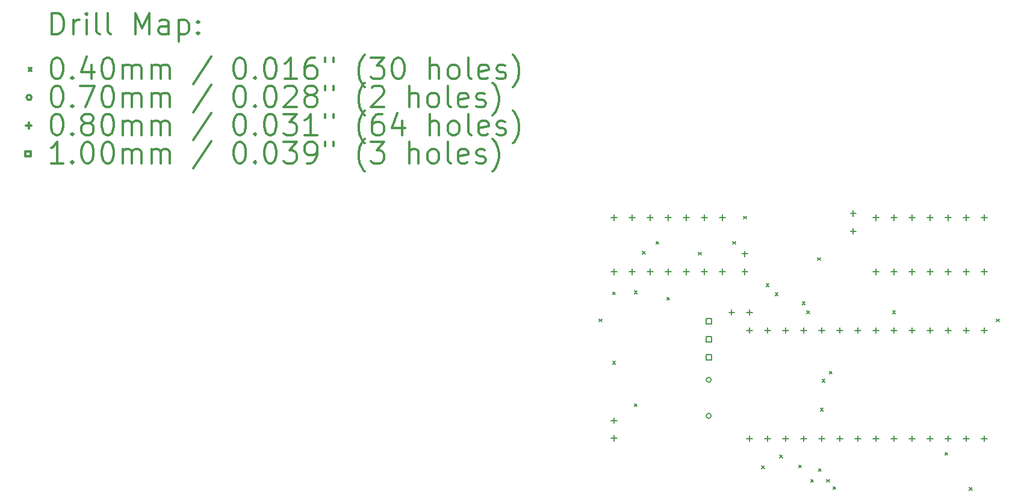
<source format=gbr>
%FSLAX45Y45*%
G04 Gerber Fmt 4.5, Leading zero omitted, Abs format (unit mm)*
G04 Created by KiCad (PCBNEW (5.1.2)-1) date 2019-11-02 02:49:32*
%MOMM*%
%LPD*%
G04 APERTURE LIST*
%ADD10C,0.200000*%
%ADD11C,0.300000*%
G04 APERTURE END LIST*
D10*
X7981000Y-4475800D02*
X8021000Y-4515800D01*
X8021000Y-4475800D02*
X7981000Y-4515800D01*
X8171500Y-4094800D02*
X8211500Y-4134800D01*
X8211500Y-4094800D02*
X8171500Y-4134800D01*
X8171500Y-5072700D02*
X8211500Y-5112700D01*
X8211500Y-5072700D02*
X8171500Y-5112700D01*
X8476300Y-4082100D02*
X8516300Y-4122100D01*
X8516300Y-4082100D02*
X8476300Y-4122100D01*
X8476300Y-5669600D02*
X8516300Y-5709600D01*
X8516300Y-5669600D02*
X8476300Y-5709600D01*
X8590600Y-3523300D02*
X8630600Y-3563300D01*
X8630600Y-3523300D02*
X8590600Y-3563300D01*
X8781100Y-3383600D02*
X8821100Y-3423600D01*
X8821100Y-3383600D02*
X8781100Y-3423600D01*
X8933500Y-4171000D02*
X8973500Y-4211000D01*
X8973500Y-4171000D02*
X8933500Y-4211000D01*
X9378000Y-3536000D02*
X9418000Y-3576000D01*
X9418000Y-3536000D02*
X9378000Y-3576000D01*
X9860600Y-3383600D02*
X9900600Y-3423600D01*
X9900600Y-3383600D02*
X9860600Y-3423600D01*
X10013000Y-3028000D02*
X10053000Y-3068000D01*
X10053000Y-3028000D02*
X10013000Y-3068000D01*
X10267000Y-6545900D02*
X10307000Y-6585900D01*
X10307000Y-6545900D02*
X10267000Y-6585900D01*
X10330500Y-3980500D02*
X10370500Y-4020500D01*
X10370500Y-3980500D02*
X10330500Y-4020500D01*
X10457500Y-4107500D02*
X10497500Y-4147500D01*
X10497500Y-4107500D02*
X10457500Y-4147500D01*
X10521000Y-6393500D02*
X10561000Y-6433500D01*
X10561000Y-6393500D02*
X10521000Y-6433500D01*
X10787700Y-6533200D02*
X10827700Y-6573200D01*
X10827700Y-6533200D02*
X10787700Y-6573200D01*
X10838500Y-4234500D02*
X10878500Y-4274500D01*
X10878500Y-4234500D02*
X10838500Y-4274500D01*
X10902000Y-4361500D02*
X10942000Y-4401500D01*
X10942000Y-4361500D02*
X10902000Y-4401500D01*
X10958200Y-6736400D02*
X10998200Y-6776400D01*
X10998200Y-6736400D02*
X10958200Y-6776400D01*
X11054400Y-3612200D02*
X11094400Y-3652200D01*
X11094400Y-3612200D02*
X11054400Y-3652200D01*
X11067100Y-6584000D02*
X11107100Y-6624000D01*
X11107100Y-6584000D02*
X11067100Y-6624000D01*
X11092500Y-5733100D02*
X11132500Y-5773100D01*
X11132500Y-5733100D02*
X11092500Y-5773100D01*
X11117900Y-5326700D02*
X11157900Y-5366700D01*
X11157900Y-5326700D02*
X11117900Y-5366700D01*
X11181400Y-6736400D02*
X11221400Y-6776400D01*
X11221400Y-6736400D02*
X11181400Y-6776400D01*
X11219500Y-5212400D02*
X11259500Y-5252400D01*
X11259500Y-5212400D02*
X11219500Y-5252400D01*
X11270300Y-6838000D02*
X11310300Y-6878000D01*
X11310300Y-6838000D02*
X11270300Y-6878000D01*
X12108500Y-4361500D02*
X12148500Y-4401500D01*
X12148500Y-4361500D02*
X12108500Y-4401500D01*
X12845100Y-6355400D02*
X12885100Y-6395400D01*
X12885100Y-6355400D02*
X12845100Y-6395400D01*
X13188000Y-6850700D02*
X13228000Y-6890700D01*
X13228000Y-6850700D02*
X13188000Y-6890700D01*
X13569000Y-4475800D02*
X13609000Y-4515800D01*
X13609000Y-4475800D02*
X13569000Y-4515800D01*
X9560000Y-5334000D02*
G75*
G03X9560000Y-5334000I-35000J0D01*
G01*
X9560000Y-5842000D02*
G75*
G03X9560000Y-5842000I-35000J0D01*
G01*
X8191500Y-5865500D02*
X8191500Y-5945500D01*
X8151500Y-5905500D02*
X8231500Y-5905500D01*
X8191500Y-6115500D02*
X8191500Y-6195500D01*
X8151500Y-6155500D02*
X8231500Y-6155500D01*
X9846500Y-4341500D02*
X9846500Y-4421500D01*
X9806500Y-4381500D02*
X9886500Y-4381500D01*
X10096500Y-4341500D02*
X10096500Y-4421500D01*
X10056500Y-4381500D02*
X10136500Y-4381500D01*
X10096500Y-4595500D02*
X10096500Y-4675500D01*
X10056500Y-4635500D02*
X10136500Y-4635500D01*
X10096500Y-6119500D02*
X10096500Y-6199500D01*
X10056500Y-6159500D02*
X10136500Y-6159500D01*
X10350500Y-4595500D02*
X10350500Y-4675500D01*
X10310500Y-4635500D02*
X10390500Y-4635500D01*
X10350500Y-6119500D02*
X10350500Y-6199500D01*
X10310500Y-6159500D02*
X10390500Y-6159500D01*
X10604500Y-4595500D02*
X10604500Y-4675500D01*
X10564500Y-4635500D02*
X10644500Y-4635500D01*
X10604500Y-6119500D02*
X10604500Y-6199500D01*
X10564500Y-6159500D02*
X10644500Y-6159500D01*
X10858500Y-4595500D02*
X10858500Y-4675500D01*
X10818500Y-4635500D02*
X10898500Y-4635500D01*
X10858500Y-6119500D02*
X10858500Y-6199500D01*
X10818500Y-6159500D02*
X10898500Y-6159500D01*
X11112500Y-4595500D02*
X11112500Y-4675500D01*
X11072500Y-4635500D02*
X11152500Y-4635500D01*
X11112500Y-6119500D02*
X11112500Y-6199500D01*
X11072500Y-6159500D02*
X11152500Y-6159500D01*
X11366500Y-4595500D02*
X11366500Y-4675500D01*
X11326500Y-4635500D02*
X11406500Y-4635500D01*
X11366500Y-6119500D02*
X11366500Y-6199500D01*
X11326500Y-6159500D02*
X11406500Y-6159500D01*
X11620500Y-4595500D02*
X11620500Y-4675500D01*
X11580500Y-4635500D02*
X11660500Y-4635500D01*
X11620500Y-6119500D02*
X11620500Y-6199500D01*
X11580500Y-6159500D02*
X11660500Y-6159500D01*
X11874500Y-4595500D02*
X11874500Y-4675500D01*
X11834500Y-4635500D02*
X11914500Y-4635500D01*
X11874500Y-6119500D02*
X11874500Y-6199500D01*
X11834500Y-6159500D02*
X11914500Y-6159500D01*
X12128500Y-4595500D02*
X12128500Y-4675500D01*
X12088500Y-4635500D02*
X12168500Y-4635500D01*
X12128500Y-6119500D02*
X12128500Y-6199500D01*
X12088500Y-6159500D02*
X12168500Y-6159500D01*
X12382500Y-4595500D02*
X12382500Y-4675500D01*
X12342500Y-4635500D02*
X12422500Y-4635500D01*
X12382500Y-6119500D02*
X12382500Y-6199500D01*
X12342500Y-6159500D02*
X12422500Y-6159500D01*
X12636500Y-4595500D02*
X12636500Y-4675500D01*
X12596500Y-4635500D02*
X12676500Y-4635500D01*
X12636500Y-6119500D02*
X12636500Y-6199500D01*
X12596500Y-6159500D02*
X12676500Y-6159500D01*
X12890500Y-4595500D02*
X12890500Y-4675500D01*
X12850500Y-4635500D02*
X12930500Y-4635500D01*
X12890500Y-6119500D02*
X12890500Y-6199500D01*
X12850500Y-6159500D02*
X12930500Y-6159500D01*
X13144500Y-4595500D02*
X13144500Y-4675500D01*
X13104500Y-4635500D02*
X13184500Y-4635500D01*
X13144500Y-6119500D02*
X13144500Y-6199500D01*
X13104500Y-6159500D02*
X13184500Y-6159500D01*
X13398500Y-4595500D02*
X13398500Y-4675500D01*
X13358500Y-4635500D02*
X13438500Y-4635500D01*
X13398500Y-6119500D02*
X13398500Y-6199500D01*
X13358500Y-6159500D02*
X13438500Y-6159500D01*
X10033000Y-3520000D02*
X10033000Y-3600000D01*
X9993000Y-3560000D02*
X10073000Y-3560000D01*
X10033000Y-3770000D02*
X10033000Y-3850000D01*
X9993000Y-3810000D02*
X10073000Y-3810000D01*
X11874500Y-3008000D02*
X11874500Y-3088000D01*
X11834500Y-3048000D02*
X11914500Y-3048000D01*
X11874500Y-3770000D02*
X11874500Y-3850000D01*
X11834500Y-3810000D02*
X11914500Y-3810000D01*
X12128500Y-3008000D02*
X12128500Y-3088000D01*
X12088500Y-3048000D02*
X12168500Y-3048000D01*
X12128500Y-3770000D02*
X12128500Y-3850000D01*
X12088500Y-3810000D02*
X12168500Y-3810000D01*
X12382500Y-3008000D02*
X12382500Y-3088000D01*
X12342500Y-3048000D02*
X12422500Y-3048000D01*
X12382500Y-3770000D02*
X12382500Y-3850000D01*
X12342500Y-3810000D02*
X12422500Y-3810000D01*
X12636500Y-3008000D02*
X12636500Y-3088000D01*
X12596500Y-3048000D02*
X12676500Y-3048000D01*
X12636500Y-3770000D02*
X12636500Y-3850000D01*
X12596500Y-3810000D02*
X12676500Y-3810000D01*
X12890500Y-3008000D02*
X12890500Y-3088000D01*
X12850500Y-3048000D02*
X12930500Y-3048000D01*
X12890500Y-3770000D02*
X12890500Y-3850000D01*
X12850500Y-3810000D02*
X12930500Y-3810000D01*
X13144500Y-3008000D02*
X13144500Y-3088000D01*
X13104500Y-3048000D02*
X13184500Y-3048000D01*
X13144500Y-3770000D02*
X13144500Y-3850000D01*
X13104500Y-3810000D02*
X13184500Y-3810000D01*
X13398500Y-3008000D02*
X13398500Y-3088000D01*
X13358500Y-3048000D02*
X13438500Y-3048000D01*
X13398500Y-3770000D02*
X13398500Y-3850000D01*
X13358500Y-3810000D02*
X13438500Y-3810000D01*
X11557000Y-2948500D02*
X11557000Y-3028500D01*
X11517000Y-2988500D02*
X11597000Y-2988500D01*
X11557000Y-3198500D02*
X11557000Y-3278500D01*
X11517000Y-3238500D02*
X11597000Y-3238500D01*
X8191500Y-3008000D02*
X8191500Y-3088000D01*
X8151500Y-3048000D02*
X8231500Y-3048000D01*
X8191500Y-3770000D02*
X8191500Y-3850000D01*
X8151500Y-3810000D02*
X8231500Y-3810000D01*
X8445500Y-3008000D02*
X8445500Y-3088000D01*
X8405500Y-3048000D02*
X8485500Y-3048000D01*
X8445500Y-3770000D02*
X8445500Y-3850000D01*
X8405500Y-3810000D02*
X8485500Y-3810000D01*
X8699500Y-3008000D02*
X8699500Y-3088000D01*
X8659500Y-3048000D02*
X8739500Y-3048000D01*
X8699500Y-3770000D02*
X8699500Y-3850000D01*
X8659500Y-3810000D02*
X8739500Y-3810000D01*
X8953500Y-3008000D02*
X8953500Y-3088000D01*
X8913500Y-3048000D02*
X8993500Y-3048000D01*
X8953500Y-3770000D02*
X8953500Y-3850000D01*
X8913500Y-3810000D02*
X8993500Y-3810000D01*
X9207500Y-3008000D02*
X9207500Y-3088000D01*
X9167500Y-3048000D02*
X9247500Y-3048000D01*
X9207500Y-3770000D02*
X9207500Y-3850000D01*
X9167500Y-3810000D02*
X9247500Y-3810000D01*
X9461500Y-3008000D02*
X9461500Y-3088000D01*
X9421500Y-3048000D02*
X9501500Y-3048000D01*
X9461500Y-3770000D02*
X9461500Y-3850000D01*
X9421500Y-3810000D02*
X9501500Y-3810000D01*
X9715500Y-3008000D02*
X9715500Y-3088000D01*
X9675500Y-3048000D02*
X9755500Y-3048000D01*
X9715500Y-3770000D02*
X9715500Y-3850000D01*
X9675500Y-3810000D02*
X9755500Y-3810000D01*
X9560356Y-4543856D02*
X9560356Y-4473144D01*
X9489644Y-4473144D01*
X9489644Y-4543856D01*
X9560356Y-4543856D01*
X9560356Y-4797856D02*
X9560356Y-4727144D01*
X9489644Y-4727144D01*
X9489644Y-4797856D01*
X9560356Y-4797856D01*
X9560356Y-5051856D02*
X9560356Y-4981144D01*
X9489644Y-4981144D01*
X9489644Y-5051856D01*
X9560356Y-5051856D01*
D11*
X286429Y-465714D02*
X286429Y-165714D01*
X357857Y-165714D01*
X400714Y-180000D01*
X429286Y-208571D01*
X443571Y-237143D01*
X457857Y-294286D01*
X457857Y-337143D01*
X443571Y-394286D01*
X429286Y-422857D01*
X400714Y-451428D01*
X357857Y-465714D01*
X286429Y-465714D01*
X586429Y-465714D02*
X586429Y-265714D01*
X586429Y-322857D02*
X600714Y-294286D01*
X615000Y-280000D01*
X643571Y-265714D01*
X672143Y-265714D01*
X772143Y-465714D02*
X772143Y-265714D01*
X772143Y-165714D02*
X757857Y-180000D01*
X772143Y-194286D01*
X786428Y-180000D01*
X772143Y-165714D01*
X772143Y-194286D01*
X957857Y-465714D02*
X929286Y-451428D01*
X915000Y-422857D01*
X915000Y-165714D01*
X1115000Y-465714D02*
X1086429Y-451428D01*
X1072143Y-422857D01*
X1072143Y-165714D01*
X1457857Y-465714D02*
X1457857Y-165714D01*
X1557857Y-380000D01*
X1657857Y-165714D01*
X1657857Y-465714D01*
X1929286Y-465714D02*
X1929286Y-308571D01*
X1915000Y-280000D01*
X1886428Y-265714D01*
X1829286Y-265714D01*
X1800714Y-280000D01*
X1929286Y-451428D02*
X1900714Y-465714D01*
X1829286Y-465714D01*
X1800714Y-451428D01*
X1786428Y-422857D01*
X1786428Y-394286D01*
X1800714Y-365714D01*
X1829286Y-351428D01*
X1900714Y-351428D01*
X1929286Y-337143D01*
X2072143Y-265714D02*
X2072143Y-565714D01*
X2072143Y-280000D02*
X2100714Y-265714D01*
X2157857Y-265714D01*
X2186429Y-280000D01*
X2200714Y-294286D01*
X2215000Y-322857D01*
X2215000Y-408571D01*
X2200714Y-437143D01*
X2186429Y-451428D01*
X2157857Y-465714D01*
X2100714Y-465714D01*
X2072143Y-451428D01*
X2343571Y-437143D02*
X2357857Y-451428D01*
X2343571Y-465714D01*
X2329286Y-451428D01*
X2343571Y-437143D01*
X2343571Y-465714D01*
X2343571Y-280000D02*
X2357857Y-294286D01*
X2343571Y-308571D01*
X2329286Y-294286D01*
X2343571Y-280000D01*
X2343571Y-308571D01*
X-40000Y-940000D02*
X0Y-980000D01*
X0Y-940000D02*
X-40000Y-980000D01*
X343571Y-795714D02*
X372143Y-795714D01*
X400714Y-810000D01*
X415000Y-824286D01*
X429286Y-852857D01*
X443571Y-910000D01*
X443571Y-981428D01*
X429286Y-1038571D01*
X415000Y-1067143D01*
X400714Y-1081429D01*
X372143Y-1095714D01*
X343571Y-1095714D01*
X315000Y-1081429D01*
X300714Y-1067143D01*
X286429Y-1038571D01*
X272143Y-981428D01*
X272143Y-910000D01*
X286429Y-852857D01*
X300714Y-824286D01*
X315000Y-810000D01*
X343571Y-795714D01*
X572143Y-1067143D02*
X586429Y-1081429D01*
X572143Y-1095714D01*
X557857Y-1081429D01*
X572143Y-1067143D01*
X572143Y-1095714D01*
X843571Y-895714D02*
X843571Y-1095714D01*
X772143Y-781428D02*
X700714Y-995714D01*
X886428Y-995714D01*
X1057857Y-795714D02*
X1086429Y-795714D01*
X1115000Y-810000D01*
X1129286Y-824286D01*
X1143571Y-852857D01*
X1157857Y-910000D01*
X1157857Y-981428D01*
X1143571Y-1038571D01*
X1129286Y-1067143D01*
X1115000Y-1081429D01*
X1086429Y-1095714D01*
X1057857Y-1095714D01*
X1029286Y-1081429D01*
X1015000Y-1067143D01*
X1000714Y-1038571D01*
X986428Y-981428D01*
X986428Y-910000D01*
X1000714Y-852857D01*
X1015000Y-824286D01*
X1029286Y-810000D01*
X1057857Y-795714D01*
X1286429Y-1095714D02*
X1286429Y-895714D01*
X1286429Y-924286D02*
X1300714Y-910000D01*
X1329286Y-895714D01*
X1372143Y-895714D01*
X1400714Y-910000D01*
X1415000Y-938571D01*
X1415000Y-1095714D01*
X1415000Y-938571D02*
X1429286Y-910000D01*
X1457857Y-895714D01*
X1500714Y-895714D01*
X1529286Y-910000D01*
X1543571Y-938571D01*
X1543571Y-1095714D01*
X1686428Y-1095714D02*
X1686428Y-895714D01*
X1686428Y-924286D02*
X1700714Y-910000D01*
X1729286Y-895714D01*
X1772143Y-895714D01*
X1800714Y-910000D01*
X1815000Y-938571D01*
X1815000Y-1095714D01*
X1815000Y-938571D02*
X1829286Y-910000D01*
X1857857Y-895714D01*
X1900714Y-895714D01*
X1929286Y-910000D01*
X1943571Y-938571D01*
X1943571Y-1095714D01*
X2529286Y-781428D02*
X2272143Y-1167143D01*
X2915000Y-795714D02*
X2943571Y-795714D01*
X2972143Y-810000D01*
X2986428Y-824286D01*
X3000714Y-852857D01*
X3015000Y-910000D01*
X3015000Y-981428D01*
X3000714Y-1038571D01*
X2986428Y-1067143D01*
X2972143Y-1081429D01*
X2943571Y-1095714D01*
X2915000Y-1095714D01*
X2886428Y-1081429D01*
X2872143Y-1067143D01*
X2857857Y-1038571D01*
X2843571Y-981428D01*
X2843571Y-910000D01*
X2857857Y-852857D01*
X2872143Y-824286D01*
X2886428Y-810000D01*
X2915000Y-795714D01*
X3143571Y-1067143D02*
X3157857Y-1081429D01*
X3143571Y-1095714D01*
X3129286Y-1081429D01*
X3143571Y-1067143D01*
X3143571Y-1095714D01*
X3343571Y-795714D02*
X3372143Y-795714D01*
X3400714Y-810000D01*
X3415000Y-824286D01*
X3429286Y-852857D01*
X3443571Y-910000D01*
X3443571Y-981428D01*
X3429286Y-1038571D01*
X3415000Y-1067143D01*
X3400714Y-1081429D01*
X3372143Y-1095714D01*
X3343571Y-1095714D01*
X3315000Y-1081429D01*
X3300714Y-1067143D01*
X3286428Y-1038571D01*
X3272143Y-981428D01*
X3272143Y-910000D01*
X3286428Y-852857D01*
X3300714Y-824286D01*
X3315000Y-810000D01*
X3343571Y-795714D01*
X3729286Y-1095714D02*
X3557857Y-1095714D01*
X3643571Y-1095714D02*
X3643571Y-795714D01*
X3615000Y-838571D01*
X3586428Y-867143D01*
X3557857Y-881428D01*
X3986428Y-795714D02*
X3929286Y-795714D01*
X3900714Y-810000D01*
X3886428Y-824286D01*
X3857857Y-867143D01*
X3843571Y-924286D01*
X3843571Y-1038571D01*
X3857857Y-1067143D01*
X3872143Y-1081429D01*
X3900714Y-1095714D01*
X3957857Y-1095714D01*
X3986428Y-1081429D01*
X4000714Y-1067143D01*
X4015000Y-1038571D01*
X4015000Y-967143D01*
X4000714Y-938571D01*
X3986428Y-924286D01*
X3957857Y-910000D01*
X3900714Y-910000D01*
X3872143Y-924286D01*
X3857857Y-938571D01*
X3843571Y-967143D01*
X4129286Y-795714D02*
X4129286Y-852857D01*
X4243571Y-795714D02*
X4243571Y-852857D01*
X4686429Y-1210000D02*
X4672143Y-1195714D01*
X4643571Y-1152857D01*
X4629286Y-1124286D01*
X4615000Y-1081429D01*
X4600714Y-1010000D01*
X4600714Y-952857D01*
X4615000Y-881428D01*
X4629286Y-838571D01*
X4643571Y-810000D01*
X4672143Y-767143D01*
X4686429Y-752857D01*
X4772143Y-795714D02*
X4957857Y-795714D01*
X4857857Y-910000D01*
X4900714Y-910000D01*
X4929286Y-924286D01*
X4943571Y-938571D01*
X4957857Y-967143D01*
X4957857Y-1038571D01*
X4943571Y-1067143D01*
X4929286Y-1081429D01*
X4900714Y-1095714D01*
X4815000Y-1095714D01*
X4786429Y-1081429D01*
X4772143Y-1067143D01*
X5143571Y-795714D02*
X5172143Y-795714D01*
X5200714Y-810000D01*
X5215000Y-824286D01*
X5229286Y-852857D01*
X5243571Y-910000D01*
X5243571Y-981428D01*
X5229286Y-1038571D01*
X5215000Y-1067143D01*
X5200714Y-1081429D01*
X5172143Y-1095714D01*
X5143571Y-1095714D01*
X5115000Y-1081429D01*
X5100714Y-1067143D01*
X5086429Y-1038571D01*
X5072143Y-981428D01*
X5072143Y-910000D01*
X5086429Y-852857D01*
X5100714Y-824286D01*
X5115000Y-810000D01*
X5143571Y-795714D01*
X5600714Y-1095714D02*
X5600714Y-795714D01*
X5729286Y-1095714D02*
X5729286Y-938571D01*
X5715000Y-910000D01*
X5686428Y-895714D01*
X5643571Y-895714D01*
X5615000Y-910000D01*
X5600714Y-924286D01*
X5915000Y-1095714D02*
X5886428Y-1081429D01*
X5872143Y-1067143D01*
X5857857Y-1038571D01*
X5857857Y-952857D01*
X5872143Y-924286D01*
X5886428Y-910000D01*
X5915000Y-895714D01*
X5957857Y-895714D01*
X5986428Y-910000D01*
X6000714Y-924286D01*
X6015000Y-952857D01*
X6015000Y-1038571D01*
X6000714Y-1067143D01*
X5986428Y-1081429D01*
X5957857Y-1095714D01*
X5915000Y-1095714D01*
X6186428Y-1095714D02*
X6157857Y-1081429D01*
X6143571Y-1052857D01*
X6143571Y-795714D01*
X6415000Y-1081429D02*
X6386428Y-1095714D01*
X6329286Y-1095714D01*
X6300714Y-1081429D01*
X6286428Y-1052857D01*
X6286428Y-938571D01*
X6300714Y-910000D01*
X6329286Y-895714D01*
X6386428Y-895714D01*
X6415000Y-910000D01*
X6429286Y-938571D01*
X6429286Y-967143D01*
X6286428Y-995714D01*
X6543571Y-1081429D02*
X6572143Y-1095714D01*
X6629286Y-1095714D01*
X6657857Y-1081429D01*
X6672143Y-1052857D01*
X6672143Y-1038571D01*
X6657857Y-1010000D01*
X6629286Y-995714D01*
X6586428Y-995714D01*
X6557857Y-981428D01*
X6543571Y-952857D01*
X6543571Y-938571D01*
X6557857Y-910000D01*
X6586428Y-895714D01*
X6629286Y-895714D01*
X6657857Y-910000D01*
X6772143Y-1210000D02*
X6786428Y-1195714D01*
X6815000Y-1152857D01*
X6829286Y-1124286D01*
X6843571Y-1081429D01*
X6857857Y-1010000D01*
X6857857Y-952857D01*
X6843571Y-881428D01*
X6829286Y-838571D01*
X6815000Y-810000D01*
X6786428Y-767143D01*
X6772143Y-752857D01*
X0Y-1356000D02*
G75*
G03X0Y-1356000I-35000J0D01*
G01*
X343571Y-1191714D02*
X372143Y-1191714D01*
X400714Y-1206000D01*
X415000Y-1220286D01*
X429286Y-1248857D01*
X443571Y-1306000D01*
X443571Y-1377429D01*
X429286Y-1434571D01*
X415000Y-1463143D01*
X400714Y-1477428D01*
X372143Y-1491714D01*
X343571Y-1491714D01*
X315000Y-1477428D01*
X300714Y-1463143D01*
X286429Y-1434571D01*
X272143Y-1377429D01*
X272143Y-1306000D01*
X286429Y-1248857D01*
X300714Y-1220286D01*
X315000Y-1206000D01*
X343571Y-1191714D01*
X572143Y-1463143D02*
X586429Y-1477428D01*
X572143Y-1491714D01*
X557857Y-1477428D01*
X572143Y-1463143D01*
X572143Y-1491714D01*
X686429Y-1191714D02*
X886428Y-1191714D01*
X757857Y-1491714D01*
X1057857Y-1191714D02*
X1086429Y-1191714D01*
X1115000Y-1206000D01*
X1129286Y-1220286D01*
X1143571Y-1248857D01*
X1157857Y-1306000D01*
X1157857Y-1377429D01*
X1143571Y-1434571D01*
X1129286Y-1463143D01*
X1115000Y-1477428D01*
X1086429Y-1491714D01*
X1057857Y-1491714D01*
X1029286Y-1477428D01*
X1015000Y-1463143D01*
X1000714Y-1434571D01*
X986428Y-1377429D01*
X986428Y-1306000D01*
X1000714Y-1248857D01*
X1015000Y-1220286D01*
X1029286Y-1206000D01*
X1057857Y-1191714D01*
X1286429Y-1491714D02*
X1286429Y-1291714D01*
X1286429Y-1320286D02*
X1300714Y-1306000D01*
X1329286Y-1291714D01*
X1372143Y-1291714D01*
X1400714Y-1306000D01*
X1415000Y-1334571D01*
X1415000Y-1491714D01*
X1415000Y-1334571D02*
X1429286Y-1306000D01*
X1457857Y-1291714D01*
X1500714Y-1291714D01*
X1529286Y-1306000D01*
X1543571Y-1334571D01*
X1543571Y-1491714D01*
X1686428Y-1491714D02*
X1686428Y-1291714D01*
X1686428Y-1320286D02*
X1700714Y-1306000D01*
X1729286Y-1291714D01*
X1772143Y-1291714D01*
X1800714Y-1306000D01*
X1815000Y-1334571D01*
X1815000Y-1491714D01*
X1815000Y-1334571D02*
X1829286Y-1306000D01*
X1857857Y-1291714D01*
X1900714Y-1291714D01*
X1929286Y-1306000D01*
X1943571Y-1334571D01*
X1943571Y-1491714D01*
X2529286Y-1177429D02*
X2272143Y-1563143D01*
X2915000Y-1191714D02*
X2943571Y-1191714D01*
X2972143Y-1206000D01*
X2986428Y-1220286D01*
X3000714Y-1248857D01*
X3015000Y-1306000D01*
X3015000Y-1377429D01*
X3000714Y-1434571D01*
X2986428Y-1463143D01*
X2972143Y-1477428D01*
X2943571Y-1491714D01*
X2915000Y-1491714D01*
X2886428Y-1477428D01*
X2872143Y-1463143D01*
X2857857Y-1434571D01*
X2843571Y-1377429D01*
X2843571Y-1306000D01*
X2857857Y-1248857D01*
X2872143Y-1220286D01*
X2886428Y-1206000D01*
X2915000Y-1191714D01*
X3143571Y-1463143D02*
X3157857Y-1477428D01*
X3143571Y-1491714D01*
X3129286Y-1477428D01*
X3143571Y-1463143D01*
X3143571Y-1491714D01*
X3343571Y-1191714D02*
X3372143Y-1191714D01*
X3400714Y-1206000D01*
X3415000Y-1220286D01*
X3429286Y-1248857D01*
X3443571Y-1306000D01*
X3443571Y-1377429D01*
X3429286Y-1434571D01*
X3415000Y-1463143D01*
X3400714Y-1477428D01*
X3372143Y-1491714D01*
X3343571Y-1491714D01*
X3315000Y-1477428D01*
X3300714Y-1463143D01*
X3286428Y-1434571D01*
X3272143Y-1377429D01*
X3272143Y-1306000D01*
X3286428Y-1248857D01*
X3300714Y-1220286D01*
X3315000Y-1206000D01*
X3343571Y-1191714D01*
X3557857Y-1220286D02*
X3572143Y-1206000D01*
X3600714Y-1191714D01*
X3672143Y-1191714D01*
X3700714Y-1206000D01*
X3715000Y-1220286D01*
X3729286Y-1248857D01*
X3729286Y-1277429D01*
X3715000Y-1320286D01*
X3543571Y-1491714D01*
X3729286Y-1491714D01*
X3900714Y-1320286D02*
X3872143Y-1306000D01*
X3857857Y-1291714D01*
X3843571Y-1263143D01*
X3843571Y-1248857D01*
X3857857Y-1220286D01*
X3872143Y-1206000D01*
X3900714Y-1191714D01*
X3957857Y-1191714D01*
X3986428Y-1206000D01*
X4000714Y-1220286D01*
X4015000Y-1248857D01*
X4015000Y-1263143D01*
X4000714Y-1291714D01*
X3986428Y-1306000D01*
X3957857Y-1320286D01*
X3900714Y-1320286D01*
X3872143Y-1334571D01*
X3857857Y-1348857D01*
X3843571Y-1377429D01*
X3843571Y-1434571D01*
X3857857Y-1463143D01*
X3872143Y-1477428D01*
X3900714Y-1491714D01*
X3957857Y-1491714D01*
X3986428Y-1477428D01*
X4000714Y-1463143D01*
X4015000Y-1434571D01*
X4015000Y-1377429D01*
X4000714Y-1348857D01*
X3986428Y-1334571D01*
X3957857Y-1320286D01*
X4129286Y-1191714D02*
X4129286Y-1248857D01*
X4243571Y-1191714D02*
X4243571Y-1248857D01*
X4686429Y-1606000D02*
X4672143Y-1591714D01*
X4643571Y-1548857D01*
X4629286Y-1520286D01*
X4615000Y-1477428D01*
X4600714Y-1406000D01*
X4600714Y-1348857D01*
X4615000Y-1277429D01*
X4629286Y-1234571D01*
X4643571Y-1206000D01*
X4672143Y-1163143D01*
X4686429Y-1148857D01*
X4786429Y-1220286D02*
X4800714Y-1206000D01*
X4829286Y-1191714D01*
X4900714Y-1191714D01*
X4929286Y-1206000D01*
X4943571Y-1220286D01*
X4957857Y-1248857D01*
X4957857Y-1277429D01*
X4943571Y-1320286D01*
X4772143Y-1491714D01*
X4957857Y-1491714D01*
X5315000Y-1491714D02*
X5315000Y-1191714D01*
X5443571Y-1491714D02*
X5443571Y-1334571D01*
X5429286Y-1306000D01*
X5400714Y-1291714D01*
X5357857Y-1291714D01*
X5329286Y-1306000D01*
X5315000Y-1320286D01*
X5629286Y-1491714D02*
X5600714Y-1477428D01*
X5586429Y-1463143D01*
X5572143Y-1434571D01*
X5572143Y-1348857D01*
X5586429Y-1320286D01*
X5600714Y-1306000D01*
X5629286Y-1291714D01*
X5672143Y-1291714D01*
X5700714Y-1306000D01*
X5715000Y-1320286D01*
X5729286Y-1348857D01*
X5729286Y-1434571D01*
X5715000Y-1463143D01*
X5700714Y-1477428D01*
X5672143Y-1491714D01*
X5629286Y-1491714D01*
X5900714Y-1491714D02*
X5872143Y-1477428D01*
X5857857Y-1448857D01*
X5857857Y-1191714D01*
X6129286Y-1477428D02*
X6100714Y-1491714D01*
X6043571Y-1491714D01*
X6015000Y-1477428D01*
X6000714Y-1448857D01*
X6000714Y-1334571D01*
X6015000Y-1306000D01*
X6043571Y-1291714D01*
X6100714Y-1291714D01*
X6129286Y-1306000D01*
X6143571Y-1334571D01*
X6143571Y-1363143D01*
X6000714Y-1391714D01*
X6257857Y-1477428D02*
X6286428Y-1491714D01*
X6343571Y-1491714D01*
X6372143Y-1477428D01*
X6386428Y-1448857D01*
X6386428Y-1434571D01*
X6372143Y-1406000D01*
X6343571Y-1391714D01*
X6300714Y-1391714D01*
X6272143Y-1377429D01*
X6257857Y-1348857D01*
X6257857Y-1334571D01*
X6272143Y-1306000D01*
X6300714Y-1291714D01*
X6343571Y-1291714D01*
X6372143Y-1306000D01*
X6486428Y-1606000D02*
X6500714Y-1591714D01*
X6529286Y-1548857D01*
X6543571Y-1520286D01*
X6557857Y-1477428D01*
X6572143Y-1406000D01*
X6572143Y-1348857D01*
X6557857Y-1277429D01*
X6543571Y-1234571D01*
X6529286Y-1206000D01*
X6500714Y-1163143D01*
X6486428Y-1148857D01*
X-40000Y-1712000D02*
X-40000Y-1792000D01*
X-80000Y-1752000D02*
X0Y-1752000D01*
X343571Y-1587714D02*
X372143Y-1587714D01*
X400714Y-1602000D01*
X415000Y-1616286D01*
X429286Y-1644857D01*
X443571Y-1702000D01*
X443571Y-1773428D01*
X429286Y-1830571D01*
X415000Y-1859143D01*
X400714Y-1873428D01*
X372143Y-1887714D01*
X343571Y-1887714D01*
X315000Y-1873428D01*
X300714Y-1859143D01*
X286429Y-1830571D01*
X272143Y-1773428D01*
X272143Y-1702000D01*
X286429Y-1644857D01*
X300714Y-1616286D01*
X315000Y-1602000D01*
X343571Y-1587714D01*
X572143Y-1859143D02*
X586429Y-1873428D01*
X572143Y-1887714D01*
X557857Y-1873428D01*
X572143Y-1859143D01*
X572143Y-1887714D01*
X757857Y-1716286D02*
X729286Y-1702000D01*
X715000Y-1687714D01*
X700714Y-1659143D01*
X700714Y-1644857D01*
X715000Y-1616286D01*
X729286Y-1602000D01*
X757857Y-1587714D01*
X815000Y-1587714D01*
X843571Y-1602000D01*
X857857Y-1616286D01*
X872143Y-1644857D01*
X872143Y-1659143D01*
X857857Y-1687714D01*
X843571Y-1702000D01*
X815000Y-1716286D01*
X757857Y-1716286D01*
X729286Y-1730571D01*
X715000Y-1744857D01*
X700714Y-1773428D01*
X700714Y-1830571D01*
X715000Y-1859143D01*
X729286Y-1873428D01*
X757857Y-1887714D01*
X815000Y-1887714D01*
X843571Y-1873428D01*
X857857Y-1859143D01*
X872143Y-1830571D01*
X872143Y-1773428D01*
X857857Y-1744857D01*
X843571Y-1730571D01*
X815000Y-1716286D01*
X1057857Y-1587714D02*
X1086429Y-1587714D01*
X1115000Y-1602000D01*
X1129286Y-1616286D01*
X1143571Y-1644857D01*
X1157857Y-1702000D01*
X1157857Y-1773428D01*
X1143571Y-1830571D01*
X1129286Y-1859143D01*
X1115000Y-1873428D01*
X1086429Y-1887714D01*
X1057857Y-1887714D01*
X1029286Y-1873428D01*
X1015000Y-1859143D01*
X1000714Y-1830571D01*
X986428Y-1773428D01*
X986428Y-1702000D01*
X1000714Y-1644857D01*
X1015000Y-1616286D01*
X1029286Y-1602000D01*
X1057857Y-1587714D01*
X1286429Y-1887714D02*
X1286429Y-1687714D01*
X1286429Y-1716286D02*
X1300714Y-1702000D01*
X1329286Y-1687714D01*
X1372143Y-1687714D01*
X1400714Y-1702000D01*
X1415000Y-1730571D01*
X1415000Y-1887714D01*
X1415000Y-1730571D02*
X1429286Y-1702000D01*
X1457857Y-1687714D01*
X1500714Y-1687714D01*
X1529286Y-1702000D01*
X1543571Y-1730571D01*
X1543571Y-1887714D01*
X1686428Y-1887714D02*
X1686428Y-1687714D01*
X1686428Y-1716286D02*
X1700714Y-1702000D01*
X1729286Y-1687714D01*
X1772143Y-1687714D01*
X1800714Y-1702000D01*
X1815000Y-1730571D01*
X1815000Y-1887714D01*
X1815000Y-1730571D02*
X1829286Y-1702000D01*
X1857857Y-1687714D01*
X1900714Y-1687714D01*
X1929286Y-1702000D01*
X1943571Y-1730571D01*
X1943571Y-1887714D01*
X2529286Y-1573428D02*
X2272143Y-1959143D01*
X2915000Y-1587714D02*
X2943571Y-1587714D01*
X2972143Y-1602000D01*
X2986428Y-1616286D01*
X3000714Y-1644857D01*
X3015000Y-1702000D01*
X3015000Y-1773428D01*
X3000714Y-1830571D01*
X2986428Y-1859143D01*
X2972143Y-1873428D01*
X2943571Y-1887714D01*
X2915000Y-1887714D01*
X2886428Y-1873428D01*
X2872143Y-1859143D01*
X2857857Y-1830571D01*
X2843571Y-1773428D01*
X2843571Y-1702000D01*
X2857857Y-1644857D01*
X2872143Y-1616286D01*
X2886428Y-1602000D01*
X2915000Y-1587714D01*
X3143571Y-1859143D02*
X3157857Y-1873428D01*
X3143571Y-1887714D01*
X3129286Y-1873428D01*
X3143571Y-1859143D01*
X3143571Y-1887714D01*
X3343571Y-1587714D02*
X3372143Y-1587714D01*
X3400714Y-1602000D01*
X3415000Y-1616286D01*
X3429286Y-1644857D01*
X3443571Y-1702000D01*
X3443571Y-1773428D01*
X3429286Y-1830571D01*
X3415000Y-1859143D01*
X3400714Y-1873428D01*
X3372143Y-1887714D01*
X3343571Y-1887714D01*
X3315000Y-1873428D01*
X3300714Y-1859143D01*
X3286428Y-1830571D01*
X3272143Y-1773428D01*
X3272143Y-1702000D01*
X3286428Y-1644857D01*
X3300714Y-1616286D01*
X3315000Y-1602000D01*
X3343571Y-1587714D01*
X3543571Y-1587714D02*
X3729286Y-1587714D01*
X3629286Y-1702000D01*
X3672143Y-1702000D01*
X3700714Y-1716286D01*
X3715000Y-1730571D01*
X3729286Y-1759143D01*
X3729286Y-1830571D01*
X3715000Y-1859143D01*
X3700714Y-1873428D01*
X3672143Y-1887714D01*
X3586428Y-1887714D01*
X3557857Y-1873428D01*
X3543571Y-1859143D01*
X4015000Y-1887714D02*
X3843571Y-1887714D01*
X3929286Y-1887714D02*
X3929286Y-1587714D01*
X3900714Y-1630571D01*
X3872143Y-1659143D01*
X3843571Y-1673428D01*
X4129286Y-1587714D02*
X4129286Y-1644857D01*
X4243571Y-1587714D02*
X4243571Y-1644857D01*
X4686429Y-2002000D02*
X4672143Y-1987714D01*
X4643571Y-1944857D01*
X4629286Y-1916286D01*
X4615000Y-1873428D01*
X4600714Y-1802000D01*
X4600714Y-1744857D01*
X4615000Y-1673428D01*
X4629286Y-1630571D01*
X4643571Y-1602000D01*
X4672143Y-1559143D01*
X4686429Y-1544857D01*
X4929286Y-1587714D02*
X4872143Y-1587714D01*
X4843571Y-1602000D01*
X4829286Y-1616286D01*
X4800714Y-1659143D01*
X4786429Y-1716286D01*
X4786429Y-1830571D01*
X4800714Y-1859143D01*
X4815000Y-1873428D01*
X4843571Y-1887714D01*
X4900714Y-1887714D01*
X4929286Y-1873428D01*
X4943571Y-1859143D01*
X4957857Y-1830571D01*
X4957857Y-1759143D01*
X4943571Y-1730571D01*
X4929286Y-1716286D01*
X4900714Y-1702000D01*
X4843571Y-1702000D01*
X4815000Y-1716286D01*
X4800714Y-1730571D01*
X4786429Y-1759143D01*
X5215000Y-1687714D02*
X5215000Y-1887714D01*
X5143571Y-1573428D02*
X5072143Y-1787714D01*
X5257857Y-1787714D01*
X5600714Y-1887714D02*
X5600714Y-1587714D01*
X5729286Y-1887714D02*
X5729286Y-1730571D01*
X5715000Y-1702000D01*
X5686428Y-1687714D01*
X5643571Y-1687714D01*
X5615000Y-1702000D01*
X5600714Y-1716286D01*
X5915000Y-1887714D02*
X5886428Y-1873428D01*
X5872143Y-1859143D01*
X5857857Y-1830571D01*
X5857857Y-1744857D01*
X5872143Y-1716286D01*
X5886428Y-1702000D01*
X5915000Y-1687714D01*
X5957857Y-1687714D01*
X5986428Y-1702000D01*
X6000714Y-1716286D01*
X6015000Y-1744857D01*
X6015000Y-1830571D01*
X6000714Y-1859143D01*
X5986428Y-1873428D01*
X5957857Y-1887714D01*
X5915000Y-1887714D01*
X6186428Y-1887714D02*
X6157857Y-1873428D01*
X6143571Y-1844857D01*
X6143571Y-1587714D01*
X6415000Y-1873428D02*
X6386428Y-1887714D01*
X6329286Y-1887714D01*
X6300714Y-1873428D01*
X6286428Y-1844857D01*
X6286428Y-1730571D01*
X6300714Y-1702000D01*
X6329286Y-1687714D01*
X6386428Y-1687714D01*
X6415000Y-1702000D01*
X6429286Y-1730571D01*
X6429286Y-1759143D01*
X6286428Y-1787714D01*
X6543571Y-1873428D02*
X6572143Y-1887714D01*
X6629286Y-1887714D01*
X6657857Y-1873428D01*
X6672143Y-1844857D01*
X6672143Y-1830571D01*
X6657857Y-1802000D01*
X6629286Y-1787714D01*
X6586428Y-1787714D01*
X6557857Y-1773428D01*
X6543571Y-1744857D01*
X6543571Y-1730571D01*
X6557857Y-1702000D01*
X6586428Y-1687714D01*
X6629286Y-1687714D01*
X6657857Y-1702000D01*
X6772143Y-2002000D02*
X6786428Y-1987714D01*
X6815000Y-1944857D01*
X6829286Y-1916286D01*
X6843571Y-1873428D01*
X6857857Y-1802000D01*
X6857857Y-1744857D01*
X6843571Y-1673428D01*
X6829286Y-1630571D01*
X6815000Y-1602000D01*
X6786428Y-1559143D01*
X6772143Y-1544857D01*
X-14644Y-2183356D02*
X-14644Y-2112644D01*
X-85356Y-2112644D01*
X-85356Y-2183356D01*
X-14644Y-2183356D01*
X443571Y-2283714D02*
X272143Y-2283714D01*
X357857Y-2283714D02*
X357857Y-1983714D01*
X329286Y-2026571D01*
X300714Y-2055143D01*
X272143Y-2069428D01*
X572143Y-2255143D02*
X586429Y-2269429D01*
X572143Y-2283714D01*
X557857Y-2269429D01*
X572143Y-2255143D01*
X572143Y-2283714D01*
X772143Y-1983714D02*
X800714Y-1983714D01*
X829286Y-1998000D01*
X843571Y-2012286D01*
X857857Y-2040857D01*
X872143Y-2098000D01*
X872143Y-2169429D01*
X857857Y-2226571D01*
X843571Y-2255143D01*
X829286Y-2269429D01*
X800714Y-2283714D01*
X772143Y-2283714D01*
X743571Y-2269429D01*
X729286Y-2255143D01*
X715000Y-2226571D01*
X700714Y-2169429D01*
X700714Y-2098000D01*
X715000Y-2040857D01*
X729286Y-2012286D01*
X743571Y-1998000D01*
X772143Y-1983714D01*
X1057857Y-1983714D02*
X1086429Y-1983714D01*
X1115000Y-1998000D01*
X1129286Y-2012286D01*
X1143571Y-2040857D01*
X1157857Y-2098000D01*
X1157857Y-2169429D01*
X1143571Y-2226571D01*
X1129286Y-2255143D01*
X1115000Y-2269429D01*
X1086429Y-2283714D01*
X1057857Y-2283714D01*
X1029286Y-2269429D01*
X1015000Y-2255143D01*
X1000714Y-2226571D01*
X986428Y-2169429D01*
X986428Y-2098000D01*
X1000714Y-2040857D01*
X1015000Y-2012286D01*
X1029286Y-1998000D01*
X1057857Y-1983714D01*
X1286429Y-2283714D02*
X1286429Y-2083714D01*
X1286429Y-2112286D02*
X1300714Y-2098000D01*
X1329286Y-2083714D01*
X1372143Y-2083714D01*
X1400714Y-2098000D01*
X1415000Y-2126571D01*
X1415000Y-2283714D01*
X1415000Y-2126571D02*
X1429286Y-2098000D01*
X1457857Y-2083714D01*
X1500714Y-2083714D01*
X1529286Y-2098000D01*
X1543571Y-2126571D01*
X1543571Y-2283714D01*
X1686428Y-2283714D02*
X1686428Y-2083714D01*
X1686428Y-2112286D02*
X1700714Y-2098000D01*
X1729286Y-2083714D01*
X1772143Y-2083714D01*
X1800714Y-2098000D01*
X1815000Y-2126571D01*
X1815000Y-2283714D01*
X1815000Y-2126571D02*
X1829286Y-2098000D01*
X1857857Y-2083714D01*
X1900714Y-2083714D01*
X1929286Y-2098000D01*
X1943571Y-2126571D01*
X1943571Y-2283714D01*
X2529286Y-1969428D02*
X2272143Y-2355143D01*
X2915000Y-1983714D02*
X2943571Y-1983714D01*
X2972143Y-1998000D01*
X2986428Y-2012286D01*
X3000714Y-2040857D01*
X3015000Y-2098000D01*
X3015000Y-2169429D01*
X3000714Y-2226571D01*
X2986428Y-2255143D01*
X2972143Y-2269429D01*
X2943571Y-2283714D01*
X2915000Y-2283714D01*
X2886428Y-2269429D01*
X2872143Y-2255143D01*
X2857857Y-2226571D01*
X2843571Y-2169429D01*
X2843571Y-2098000D01*
X2857857Y-2040857D01*
X2872143Y-2012286D01*
X2886428Y-1998000D01*
X2915000Y-1983714D01*
X3143571Y-2255143D02*
X3157857Y-2269429D01*
X3143571Y-2283714D01*
X3129286Y-2269429D01*
X3143571Y-2255143D01*
X3143571Y-2283714D01*
X3343571Y-1983714D02*
X3372143Y-1983714D01*
X3400714Y-1998000D01*
X3415000Y-2012286D01*
X3429286Y-2040857D01*
X3443571Y-2098000D01*
X3443571Y-2169429D01*
X3429286Y-2226571D01*
X3415000Y-2255143D01*
X3400714Y-2269429D01*
X3372143Y-2283714D01*
X3343571Y-2283714D01*
X3315000Y-2269429D01*
X3300714Y-2255143D01*
X3286428Y-2226571D01*
X3272143Y-2169429D01*
X3272143Y-2098000D01*
X3286428Y-2040857D01*
X3300714Y-2012286D01*
X3315000Y-1998000D01*
X3343571Y-1983714D01*
X3543571Y-1983714D02*
X3729286Y-1983714D01*
X3629286Y-2098000D01*
X3672143Y-2098000D01*
X3700714Y-2112286D01*
X3715000Y-2126571D01*
X3729286Y-2155143D01*
X3729286Y-2226571D01*
X3715000Y-2255143D01*
X3700714Y-2269429D01*
X3672143Y-2283714D01*
X3586428Y-2283714D01*
X3557857Y-2269429D01*
X3543571Y-2255143D01*
X3872143Y-2283714D02*
X3929286Y-2283714D01*
X3957857Y-2269429D01*
X3972143Y-2255143D01*
X4000714Y-2212286D01*
X4015000Y-2155143D01*
X4015000Y-2040857D01*
X4000714Y-2012286D01*
X3986428Y-1998000D01*
X3957857Y-1983714D01*
X3900714Y-1983714D01*
X3872143Y-1998000D01*
X3857857Y-2012286D01*
X3843571Y-2040857D01*
X3843571Y-2112286D01*
X3857857Y-2140857D01*
X3872143Y-2155143D01*
X3900714Y-2169429D01*
X3957857Y-2169429D01*
X3986428Y-2155143D01*
X4000714Y-2140857D01*
X4015000Y-2112286D01*
X4129286Y-1983714D02*
X4129286Y-2040857D01*
X4243571Y-1983714D02*
X4243571Y-2040857D01*
X4686429Y-2398000D02*
X4672143Y-2383714D01*
X4643571Y-2340857D01*
X4629286Y-2312286D01*
X4615000Y-2269429D01*
X4600714Y-2198000D01*
X4600714Y-2140857D01*
X4615000Y-2069428D01*
X4629286Y-2026571D01*
X4643571Y-1998000D01*
X4672143Y-1955143D01*
X4686429Y-1940857D01*
X4772143Y-1983714D02*
X4957857Y-1983714D01*
X4857857Y-2098000D01*
X4900714Y-2098000D01*
X4929286Y-2112286D01*
X4943571Y-2126571D01*
X4957857Y-2155143D01*
X4957857Y-2226571D01*
X4943571Y-2255143D01*
X4929286Y-2269429D01*
X4900714Y-2283714D01*
X4815000Y-2283714D01*
X4786429Y-2269429D01*
X4772143Y-2255143D01*
X5315000Y-2283714D02*
X5315000Y-1983714D01*
X5443571Y-2283714D02*
X5443571Y-2126571D01*
X5429286Y-2098000D01*
X5400714Y-2083714D01*
X5357857Y-2083714D01*
X5329286Y-2098000D01*
X5315000Y-2112286D01*
X5629286Y-2283714D02*
X5600714Y-2269429D01*
X5586429Y-2255143D01*
X5572143Y-2226571D01*
X5572143Y-2140857D01*
X5586429Y-2112286D01*
X5600714Y-2098000D01*
X5629286Y-2083714D01*
X5672143Y-2083714D01*
X5700714Y-2098000D01*
X5715000Y-2112286D01*
X5729286Y-2140857D01*
X5729286Y-2226571D01*
X5715000Y-2255143D01*
X5700714Y-2269429D01*
X5672143Y-2283714D01*
X5629286Y-2283714D01*
X5900714Y-2283714D02*
X5872143Y-2269429D01*
X5857857Y-2240857D01*
X5857857Y-1983714D01*
X6129286Y-2269429D02*
X6100714Y-2283714D01*
X6043571Y-2283714D01*
X6015000Y-2269429D01*
X6000714Y-2240857D01*
X6000714Y-2126571D01*
X6015000Y-2098000D01*
X6043571Y-2083714D01*
X6100714Y-2083714D01*
X6129286Y-2098000D01*
X6143571Y-2126571D01*
X6143571Y-2155143D01*
X6000714Y-2183714D01*
X6257857Y-2269429D02*
X6286428Y-2283714D01*
X6343571Y-2283714D01*
X6372143Y-2269429D01*
X6386428Y-2240857D01*
X6386428Y-2226571D01*
X6372143Y-2198000D01*
X6343571Y-2183714D01*
X6300714Y-2183714D01*
X6272143Y-2169429D01*
X6257857Y-2140857D01*
X6257857Y-2126571D01*
X6272143Y-2098000D01*
X6300714Y-2083714D01*
X6343571Y-2083714D01*
X6372143Y-2098000D01*
X6486428Y-2398000D02*
X6500714Y-2383714D01*
X6529286Y-2340857D01*
X6543571Y-2312286D01*
X6557857Y-2269429D01*
X6572143Y-2198000D01*
X6572143Y-2140857D01*
X6557857Y-2069428D01*
X6543571Y-2026571D01*
X6529286Y-1998000D01*
X6500714Y-1955143D01*
X6486428Y-1940857D01*
M02*

</source>
